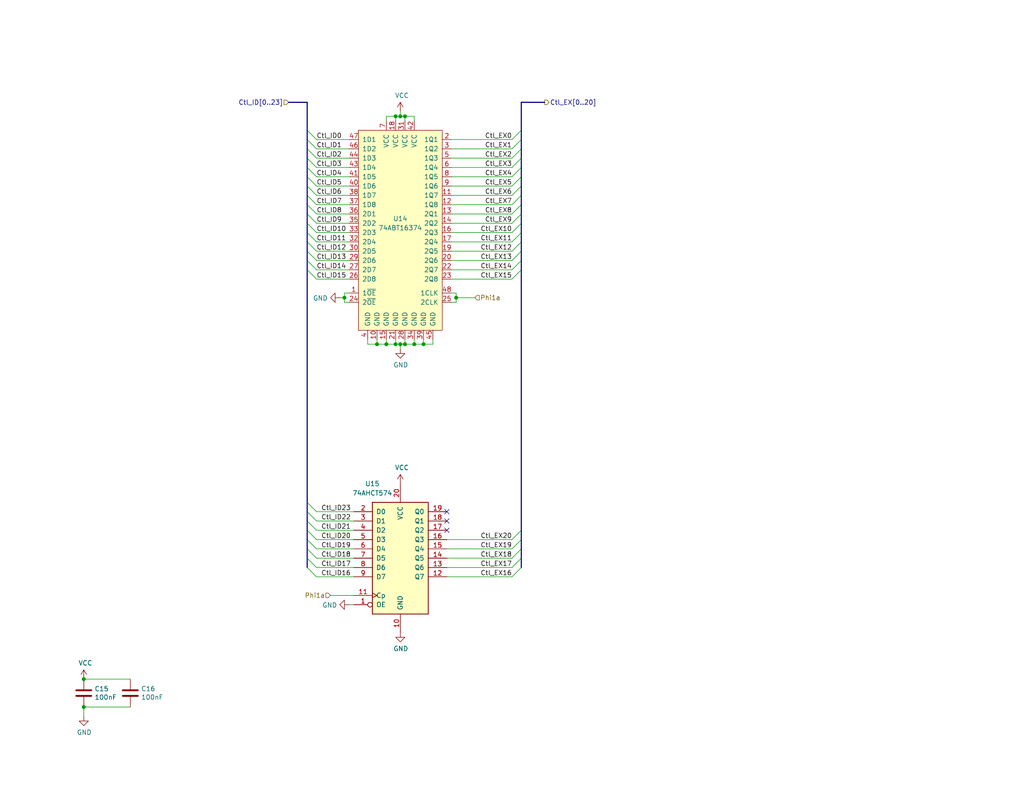
<source format=kicad_sch>
(kicad_sch (version 20211123) (generator eeschema)
  (paper "USLetter")
  (title_block (title "ID/EX Control Register") (date "2022-04-13") (rev "A"))
  (lib_symbols
    (symbol "74xx (kicad5):74ABT16374" (pin_names (offset 1.016))
      (property "Reference" "U" (at 0 1.27 0))
      (property "Value" "74ABT16374" (at 0 -1.27 0))
      (symbol "74ABT16374_0_0"
        (pin input line (at -13.97 -20.32 0) (length 2.54) (name "1~{OE}") (number "1"))
        (pin power_in line (at -6.35 -33.02 90) (length 2.54) (name "GND") (number "10"))
        (pin tri_state line (at 13.97 6.35 180) (length 2.54) (name "1Q7") (number "11"))
        (pin tri_state line (at 13.97 3.81 180) (length 2.54) (name "1Q8") (number "12"))
        (pin tri_state line (at 13.97 1.27 180) (length 2.54) (name "2Q1") (number "13"))
        (pin tri_state line (at 13.97 -1.27 180) (length 2.54) (name "2Q2") (number "14"))
        (pin power_in line (at -3.81 -33.02 90) (length 2.54) (name "GND") (number "15"))
        (pin tri_state line (at 13.97 -3.81 180) (length 2.54) (name "2Q3") (number "16"))
        (pin tri_state line (at 13.97 -6.35 180) (length 2.54) (name "2Q4") (number "17"))
        (pin power_in line (at -1.27 26.67 270) (length 2.54) (name "VCC") (number "18"))
        (pin tri_state line (at 13.97 -8.89 180) (length 2.54) (name "2Q5") (number "19"))
        (pin tri_state line (at 13.97 21.59 180) (length 2.54) (name "1Q1") (number "2"))
        (pin tri_state line (at 13.97 -11.43 180) (length 2.54) (name "2Q6") (number "20"))
        (pin power_in line (at -1.27 -33.02 90) (length 2.54) (name "GND") (number "21"))
        (pin tri_state line (at 13.97 -13.97 180) (length 2.54) (name "2Q7") (number "22"))
        (pin tri_state line (at 13.97 -16.51 180) (length 2.54) (name "2Q8") (number "23"))
        (pin input line (at -13.97 -22.86 0) (length 2.54) (name "2~{OE}") (number "24"))
        (pin input line (at 13.97 -22.86 180) (length 2.54) (name "2CLK") (number "25"))
        (pin input line (at -13.97 -16.51 0) (length 2.54) (name "2D8") (number "26"))
        (pin input line (at -13.97 -13.97 0) (length 2.54) (name "2D7") (number "27"))
        (pin power_in line (at 1.27 -33.02 90) (length 2.54) (name "GND") (number "28"))
        (pin input line (at -13.97 -11.43 0) (length 2.54) (name "2D6") (number "29"))
        (pin tri_state line (at 13.97 19.05 180) (length 2.54) (name "1Q2") (number "3"))
        (pin input line (at -13.97 -8.89 0) (length 2.54) (name "2D5") (number "30"))
        (pin power_in line (at 1.27 26.67 270) (length 2.54) (name "VCC") (number "31"))
        (pin input line (at -13.97 -6.35 0) (length 2.54) (name "2D4") (number "32"))
        (pin input line (at -13.97 -3.81 0) (length 2.54) (name "2D3") (number "33"))
        (pin power_in line (at 3.81 -33.02 90) (length 2.54) (name "GND") (number "34"))
        (pin input line (at -13.97 -1.27 0) (length 2.54) (name "2D2") (number "35"))
        (pin input line (at -13.97 1.27 0) (length 2.54) (name "2D1") (number "36"))
        (pin input line (at -13.97 3.81 0) (length 2.54) (name "1D8") (number "37"))
        (pin input line (at -13.97 6.35 0) (length 2.54) (name "1D7") (number "38"))
        (pin power_in line (at 6.35 -33.02 90) (length 2.54) (name "GND") (number "39"))
        (pin power_in line (at -8.89 -33.02 90) (length 2.54) (name "GND") (number "4"))
        (pin input line (at -13.97 8.89 0) (length 2.54) (name "1D6") (number "40"))
        (pin input line (at -13.97 11.43 0) (length 2.54) (name "1D5") (number "41"))
        (pin power_in line (at 3.81 26.67 270) (length 2.54) (name "VCC") (number "42"))
        (pin input line (at -13.97 13.97 0) (length 2.54) (name "1D4") (number "43"))
        (pin input line (at -13.97 16.51 0) (length 2.54) (name "1D3") (number "44"))
        (pin power_in line (at 8.89 -33.02 90) (length 2.54) (name "GND") (number "45"))
        (pin input line (at -13.97 19.05 0) (length 2.54) (name "1D2") (number "46"))
        (pin input line (at -13.97 21.59 0) (length 2.54) (name "1D1") (number "47"))
        (pin input line (at 13.97 -20.32 180) (length 2.54) (name "1CLK") (number "48"))
        (pin tri_state line (at 13.97 16.51 180) (length 2.54) (name "1Q3") (number "5"))
        (pin tri_state line (at 13.97 13.97 180) (length 2.54) (name "1Q4") (number "6"))
        (pin power_in line (at -3.81 26.67 270) (length 2.54) (name "VCC") (number "7"))
        (pin tri_state line (at 13.97 11.43 180) (length 2.54) (name "1Q5") (number "8"))
        (pin tri_state line (at 13.97 8.89 180) (length 2.54) (name "1Q6") (number "9"))
      )
      (symbol "74ABT16374_0_1"
        (rectangle (start -11.43 24.13) (end 11.43 -30.48) (fill (type background)))
      )
    )
    (symbol "74xx:74LS574" (pin_names (offset 1.016))
      (property "Reference" "U" (at -7.62 16.51 0))
      (property "Value" "74LS574" (at -7.62 -16.51 0))
      (symbol "74LS574_1_0"
        (pin input inverted (at -12.7 -12.7 0) (length 5.08) (name "OE") (number "1"))
        (pin power_in line (at 0 -20.32 90) (length 5.08) (name "GND") (number "10"))
        (pin input clock (at -12.7 -10.16 0) (length 5.08) (name "Cp") (number "11"))
        (pin tri_state line (at 12.7 -5.08 180) (length 5.08) (name "Q7") (number "12"))
        (pin tri_state line (at 12.7 -2.54 180) (length 5.08) (name "Q6") (number "13"))
        (pin tri_state line (at 12.7 0 180) (length 5.08) (name "Q5") (number "14"))
        (pin tri_state line (at 12.7 2.54 180) (length 5.08) (name "Q4") (number "15"))
        (pin tri_state line (at 12.7 5.08 180) (length 5.08) (name "Q3") (number "16"))
        (pin tri_state line (at 12.7 7.62 180) (length 5.08) (name "Q2") (number "17"))
        (pin tri_state line (at 12.7 10.16 180) (length 5.08) (name "Q1") (number "18"))
        (pin tri_state line (at 12.7 12.7 180) (length 5.08) (name "Q0") (number "19"))
        (pin input line (at -12.7 12.7 0) (length 5.08) (name "D0") (number "2"))
        (pin power_in line (at 0 20.32 270) (length 5.08) (name "VCC") (number "20"))
        (pin input line (at -12.7 10.16 0) (length 5.08) (name "D1") (number "3"))
        (pin input line (at -12.7 7.62 0) (length 5.08) (name "D2") (number "4"))
        (pin input line (at -12.7 5.08 0) (length 5.08) (name "D3") (number "5"))
        (pin input line (at -12.7 2.54 0) (length 5.08) (name "D4") (number "6"))
        (pin input line (at -12.7 0 0) (length 5.08) (name "D5") (number "7"))
        (pin input line (at -12.7 -2.54 0) (length 5.08) (name "D6") (number "8"))
        (pin input line (at -12.7 -5.08 0) (length 5.08) (name "D7") (number "9"))
      )
      (symbol "74LS574_1_1"
        (rectangle (start -7.62 15.24) (end 7.62 -15.24) (stroke (width 0.254)) (fill (type background)))
      )
    )
    (symbol "Device:C" (pin_numbers hide) (pin_names (offset 0.254))
      (property "Reference" "C" (at 0.635 2.54 0))
      (property "Value" "C" (at 0.635 -2.54 0))
      (symbol "C_0_1"
        (polyline (pts (xy -2.032 -0.762) (xy 2.032 -0.762)) (stroke (width 0.508)))
        (polyline (pts (xy -2.032 0.762) (xy 2.032 0.762)) (stroke (width 0.508)))
      )
      (symbol "C_1_1"
        (pin passive line (at 0 3.81 270) (length 2.794) (name "~") (number "1"))
        (pin passive line (at 0 -3.81 90) (length 2.794) (name "~") (number "2"))
      )
    )
    (symbol "power:GND" (power) (pin_names (offset 0))
      (property "Value" "GND" (at 0 -3.81 0))
      (symbol "GND_0_1"
        (polyline (pts (xy 0 0) (xy 0 -1.27) (xy 1.27 -1.27) (xy 0 -2.54) (xy -1.27 -1.27) (xy 0 -1.27)))
      )
      (symbol "GND_1_1"
        (pin power_in line (at 0 0 270) (length 0) hide (name "GND") (number "1"))
      )
    )
    (symbol "power:VCC" (power) (pin_names (offset 0))
      (property "Value" "VCC" (at 0 3.81 0))
      (symbol "VCC_0_1"
        (polyline (pts (xy -0.762 1.27) (xy 0 2.54)))
        (polyline (pts (xy 0 0) (xy 0 2.54)))
        (polyline (pts (xy 0 2.54) (xy 0.762 1.27)))
      )
      (symbol "VCC_1_1"
        (pin power_in line (at 0 0 90) (length 0) hide (name "VCC") (number "1"))
      )
    )
  )
  (junction (at 110.49 31.75))
  (junction (at 110.49 93.98))
  (junction (at 107.95 31.75))
  (junction (at 22.86 193.04))
  (junction (at 93.98 81.28))
  (junction (at 22.86 185.42))
  (junction (at 124.46 81.28))
  (junction (at 107.95 93.98))
  (junction (at 109.22 31.75))
  (junction (at 109.22 93.98))
  (junction (at 105.41 93.98))
  (junction (at 102.87 93.98))
  (junction (at 113.03 93.98))
  (junction (at 115.57 93.98))
  (no_connect (at 121.92 139.7))
  (no_connect (at 121.92 142.24))
  (no_connect (at 121.92 144.78))
  (bus_entry (at 142.24 53.34) (size -2.54 2.54))
  (bus_entry (at 83.82 55.88) (size 2.54 2.54))
  (bus_entry (at 142.24 68.58) (size -2.54 2.54))
  (bus_entry (at 83.82 58.42) (size 2.54 2.54))
  (bus_entry (at 142.24 43.18) (size -2.54 2.54))
  (bus_entry (at 83.82 152.4) (size 2.54 2.54))
  (bus_entry (at 83.82 144.78) (size 2.54 2.54))
  (bus_entry (at 142.24 38.1) (size -2.54 2.54))
  (bus_entry (at 142.24 152.4) (size -2.54 2.54))
  (bus_entry (at 142.24 71.12) (size -2.54 2.54))
  (bus_entry (at 142.24 40.64) (size -2.54 2.54))
  (bus_entry (at 83.82 60.96) (size 2.54 2.54))
  (bus_entry (at 83.82 43.18) (size 2.54 2.54))
  (bus_entry (at 83.82 137.16) (size 2.54 2.54))
  (bus_entry (at 83.82 139.7) (size 2.54 2.54))
  (bus_entry (at 83.82 142.24) (size 2.54 2.54))
  (bus_entry (at 142.24 35.56) (size -2.54 2.54))
  (bus_entry (at 83.82 63.5) (size 2.54 2.54))
  (bus_entry (at 142.24 50.8) (size -2.54 2.54))
  (bus_entry (at 142.24 60.96) (size -2.54 2.54))
  (bus_entry (at 83.82 147.32) (size 2.54 2.54))
  (bus_entry (at 83.82 48.26) (size 2.54 2.54))
  (bus_entry (at 83.82 38.1) (size 2.54 2.54))
  (bus_entry (at 142.24 63.5) (size -2.54 2.54))
  (bus_entry (at 83.82 35.56) (size 2.54 2.54))
  (bus_entry (at 83.82 53.34) (size 2.54 2.54))
  (bus_entry (at 83.82 45.72) (size 2.54 2.54))
  (bus_entry (at 83.82 68.58) (size 2.54 2.54))
  (bus_entry (at 142.24 48.26) (size -2.54 2.54))
  (bus_entry (at 142.24 154.94) (size -2.54 2.54))
  (bus_entry (at 142.24 149.86) (size -2.54 2.54))
  (bus_entry (at 142.24 45.72) (size -2.54 2.54))
  (bus_entry (at 142.24 58.42) (size -2.54 2.54))
  (bus_entry (at 83.82 149.86) (size 2.54 2.54))
  (bus_entry (at 142.24 66.04) (size -2.54 2.54))
  (bus_entry (at 142.24 55.88) (size -2.54 2.54))
  (bus_entry (at 142.24 147.32) (size -2.54 2.54))
  (bus_entry (at 83.82 50.8) (size 2.54 2.54))
  (bus_entry (at 142.24 144.78) (size -2.54 2.54))
  (bus_entry (at 83.82 66.04) (size 2.54 2.54))
  (bus_entry (at 83.82 71.12) (size 2.54 2.54))
  (bus_entry (at 83.82 154.94) (size 2.54 2.54))
  (bus_entry (at 83.82 40.64) (size 2.54 2.54))
  (bus_entry (at 83.82 73.66) (size 2.54 2.54))
  (bus_entry (at 142.24 73.66) (size -2.54 2.54))
  (wire (pts (xy 86.36 43.18) (xy 95.25 43.18)))
  (bus (pts (xy 83.82 38.1) (xy 83.82 40.64)))
  (wire (pts (xy 139.7 154.94) (xy 121.92 154.94)))
  (wire (pts (xy 124.46 82.55) (xy 123.19 82.55)))
  (bus (pts (xy 83.82 27.94) (xy 83.82 35.56)))
  (wire (pts (xy 100.33 92.71) (xy 100.33 93.98)))
  (bus (pts (xy 142.24 27.94) (xy 142.24 35.56)))
  (wire (pts (xy 139.7 60.96) (xy 123.19 60.96)))
  (wire (pts (xy 139.7 38.1) (xy 123.19 38.1)))
  (wire (pts (xy 115.57 92.71) (xy 115.57 93.98)))
  (wire (pts (xy 107.95 93.98) (xy 109.22 93.98)))
  (wire (pts (xy 35.56 193.04) (xy 22.86 193.04)))
  (wire (pts (xy 86.36 53.34) (xy 95.25 53.34)))
  (wire (pts (xy 107.95 31.75) (xy 109.22 31.75)))
  (wire (pts (xy 86.36 68.58) (xy 95.25 68.58)))
  (bus (pts (xy 83.82 35.56) (xy 83.82 38.1)))
  (wire (pts (xy 86.36 66.04) (xy 95.25 66.04)))
  (bus (pts (xy 142.24 45.72) (xy 142.24 48.26)))
  (wire (pts (xy 139.7 157.48) (xy 121.92 157.48)))
  (bus (pts (xy 83.82 152.4) (xy 83.82 154.94)))
  (wire (pts (xy 86.36 55.88) (xy 95.25 55.88)))
  (wire (pts (xy 109.22 93.98) (xy 109.22 95.25)))
  (wire (pts (xy 139.7 55.88) (xy 123.19 55.88)))
  (bus (pts (xy 83.82 137.16) (xy 83.82 139.7)))
  (wire (pts (xy 113.03 31.75) (xy 113.03 33.02)))
  (wire (pts (xy 139.7 43.18) (xy 123.19 43.18)))
  (wire (pts (xy 93.98 81.28) (xy 93.98 82.55)))
  (wire (pts (xy 109.22 31.75) (xy 110.49 31.75)))
  (bus (pts (xy 142.24 53.34) (xy 142.24 55.88)))
  (wire (pts (xy 109.22 93.98) (xy 110.49 93.98)))
  (bus (pts (xy 83.82 43.18) (xy 83.82 45.72)))
  (bus (pts (xy 142.24 35.56) (xy 142.24 38.1)))
  (wire (pts (xy 139.7 66.04) (xy 123.19 66.04)))
  (bus (pts (xy 142.24 149.86) (xy 142.24 152.4)))
  (bus (pts (xy 142.24 55.88) (xy 142.24 58.42)))
  (bus (pts (xy 83.82 68.58) (xy 83.82 71.12)))
  (bus (pts (xy 142.24 40.64) (xy 142.24 43.18)))
  (bus (pts (xy 142.24 147.32) (xy 142.24 149.86)))
  (wire (pts (xy 105.41 92.71) (xy 105.41 93.98)))
  (wire (pts (xy 139.7 53.34) (xy 123.19 53.34)))
  (bus (pts (xy 83.82 144.78) (xy 83.82 147.32)))
  (wire (pts (xy 86.36 73.66) (xy 95.25 73.66)))
  (wire (pts (xy 86.36 144.78) (xy 96.52 144.78)))
  (bus (pts (xy 83.82 63.5) (xy 83.82 66.04)))
  (wire (pts (xy 102.87 92.71) (xy 102.87 93.98)))
  (wire (pts (xy 86.36 63.5) (xy 95.25 63.5)))
  (wire (pts (xy 110.49 93.98) (xy 113.03 93.98)))
  (wire (pts (xy 86.36 58.42) (xy 95.25 58.42)))
  (bus (pts (xy 148.59 27.94) (xy 142.24 27.94)))
  (wire (pts (xy 86.36 149.86) (xy 96.52 149.86)))
  (wire (pts (xy 139.7 147.32) (xy 121.92 147.32)))
  (wire (pts (xy 139.7 152.4) (xy 121.92 152.4)))
  (bus (pts (xy 142.24 63.5) (xy 142.24 66.04)))
  (wire (pts (xy 86.36 76.2) (xy 95.25 76.2)))
  (bus (pts (xy 142.24 73.66) (xy 142.24 144.78)))
  (wire (pts (xy 86.36 45.72) (xy 95.25 45.72)))
  (bus (pts (xy 142.24 66.04) (xy 142.24 68.58)))
  (wire (pts (xy 22.86 195.58) (xy 22.86 193.04)))
  (wire (pts (xy 86.36 71.12) (xy 95.25 71.12)))
  (wire (pts (xy 123.19 80.01) (xy 124.46 80.01)))
  (wire (pts (xy 86.36 147.32) (xy 96.52 147.32)))
  (wire (pts (xy 93.98 80.01) (xy 93.98 81.28)))
  (wire (pts (xy 109.22 30.48) (xy 109.22 31.75)))
  (bus (pts (xy 142.24 58.42) (xy 142.24 60.96)))
  (wire (pts (xy 86.36 38.1) (xy 95.25 38.1)))
  (wire (pts (xy 110.49 31.75) (xy 113.03 31.75)))
  (wire (pts (xy 118.11 93.98) (xy 118.11 92.71)))
  (wire (pts (xy 86.36 157.48) (xy 96.52 157.48)))
  (bus (pts (xy 142.24 152.4) (xy 142.24 154.94)))
  (wire (pts (xy 139.7 50.8) (xy 123.19 50.8)))
  (wire (pts (xy 102.87 93.98) (xy 105.41 93.98)))
  (wire (pts (xy 90.17 162.56) (xy 96.52 162.56)))
  (wire (pts (xy 107.95 92.71) (xy 107.95 93.98)))
  (bus (pts (xy 83.82 50.8) (xy 83.82 53.34)))
  (bus (pts (xy 83.82 71.12) (xy 83.82 73.66)))
  (wire (pts (xy 107.95 33.02) (xy 107.95 31.75)))
  (bus (pts (xy 83.82 73.66) (xy 83.82 137.16)))
  (wire (pts (xy 124.46 81.28) (xy 129.54 81.28)))
  (wire (pts (xy 110.49 92.71) (xy 110.49 93.98)))
  (wire (pts (xy 86.36 48.26) (xy 95.25 48.26)))
  (wire (pts (xy 86.36 142.24) (xy 96.52 142.24)))
  (wire (pts (xy 86.36 152.4) (xy 96.52 152.4)))
  (bus (pts (xy 142.24 43.18) (xy 142.24 45.72)))
  (wire (pts (xy 105.41 33.02) (xy 105.41 31.75)))
  (bus (pts (xy 83.82 149.86) (xy 83.82 152.4)))
  (wire (pts (xy 113.03 93.98) (xy 115.57 93.98)))
  (bus (pts (xy 142.24 38.1) (xy 142.24 40.64)))
  (wire (pts (xy 93.98 81.28) (xy 92.71 81.28)))
  (wire (pts (xy 139.7 63.5) (xy 123.19 63.5)))
  (bus (pts (xy 83.82 45.72) (xy 83.82 48.26)))
  (wire (pts (xy 105.41 93.98) (xy 107.95 93.98)))
  (bus (pts (xy 83.82 53.34) (xy 83.82 55.88)))
  (wire (pts (xy 139.7 48.26) (xy 123.19 48.26)))
  (bus (pts (xy 142.24 144.78) (xy 142.24 147.32)))
  (wire (pts (xy 100.33 93.98) (xy 102.87 93.98)))
  (wire (pts (xy 115.57 93.98) (xy 118.11 93.98)))
  (bus (pts (xy 78.74 27.94) (xy 83.82 27.94)))
  (bus (pts (xy 83.82 142.24) (xy 83.82 144.78)))
  (wire (pts (xy 139.7 68.58) (xy 123.19 68.58)))
  (wire (pts (xy 113.03 92.71) (xy 113.03 93.98)))
  (wire (pts (xy 139.7 45.72) (xy 123.19 45.72)))
  (bus (pts (xy 83.82 48.26) (xy 83.82 50.8)))
  (bus (pts (xy 83.82 40.64) (xy 83.82 43.18)))
  (wire (pts (xy 110.49 33.02) (xy 110.49 31.75)))
  (bus (pts (xy 83.82 147.32) (xy 83.82 149.86)))
  (wire (pts (xy 95.25 165.1) (xy 96.52 165.1)))
  (wire (pts (xy 139.7 40.64) (xy 123.19 40.64)))
  (bus (pts (xy 83.82 66.04) (xy 83.82 68.58)))
  (bus (pts (xy 142.24 48.26) (xy 142.24 50.8)))
  (bus (pts (xy 142.24 71.12) (xy 142.24 73.66)))
  (bus (pts (xy 83.82 139.7) (xy 83.82 142.24)))
  (wire (pts (xy 95.25 80.01) (xy 93.98 80.01)))
  (wire (pts (xy 86.36 40.64) (xy 95.25 40.64)))
  (wire (pts (xy 22.86 185.42) (xy 35.56 185.42)))
  (wire (pts (xy 86.36 139.7) (xy 96.52 139.7)))
  (bus (pts (xy 142.24 68.58) (xy 142.24 71.12)))
  (bus (pts (xy 83.82 58.42) (xy 83.82 60.96)))
  (wire (pts (xy 139.7 149.86) (xy 121.92 149.86)))
  (wire (pts (xy 124.46 80.01) (xy 124.46 81.28)))
  (bus (pts (xy 83.82 60.96) (xy 83.82 63.5)))
  (wire (pts (xy 139.7 76.2) (xy 123.19 76.2)))
  (wire (pts (xy 86.36 50.8) (xy 95.25 50.8)))
  (wire (pts (xy 139.7 71.12) (xy 123.19 71.12)))
  (bus (pts (xy 83.82 55.88) (xy 83.82 58.42)))
  (bus (pts (xy 142.24 50.8) (xy 142.24 53.34)))
  (wire (pts (xy 93.98 82.55) (xy 95.25 82.55)))
  (wire (pts (xy 105.41 31.75) (xy 107.95 31.75)))
  (wire (pts (xy 139.7 58.42) (xy 123.19 58.42)))
  (wire (pts (xy 86.36 154.94) (xy 96.52 154.94)))
  (wire (pts (xy 139.7 73.66) (xy 123.19 73.66)))
  (wire (pts (xy 124.46 81.28) (xy 124.46 82.55)))
  (wire (pts (xy 86.36 60.96) (xy 95.25 60.96)))
  (bus (pts (xy 142.24 60.96) (xy 142.24 63.5)))
  (label "Ctl_EX0" (at 139.7 38.1 180))
  (label "Ctl_EX11" (at 139.7 66.04 180))
  (label "Ctl_EX8" (at 139.7 58.42 180))
  (label "Ctl_ID14" (at 86.36 73.66 0))
  (label "Ctl_ID12" (at 86.36 68.58 0))
  (label "Ctl_EX9" (at 139.7 60.96 180))
  (label "Ctl_ID17" (at 87.63 154.94 0))
  (label "Ctl_EX10" (at 139.7 63.5 180))
  (label "Ctl_EX16" (at 139.7 157.48 180))
  (label "Ctl_ID7" (at 86.36 55.88 0))
  (label "Ctl_ID0" (at 86.36 38.1 0))
  (label "Ctl_ID3" (at 86.36 45.72 0))
  (label "Ctl_EX18" (at 139.7 152.4 180))
  (label "Ctl_EX12" (at 139.7 68.58 180))
  (label "Ctl_ID22" (at 87.63 142.24 0))
  (label "Ctl_EX20" (at 139.7 147.32 180))
  (label "Ctl_EX15" (at 139.7 76.2 180))
  (label "Ctl_ID21" (at 87.63 144.78 0))
  (label "Ctl_ID2" (at 86.36 43.18 0))
  (label "Ctl_ID15" (at 86.36 76.2 0))
  (label "Ctl_EX5" (at 139.7 50.8 180))
  (label "Ctl_ID13" (at 86.36 71.12 0))
  (label "Ctl_ID4" (at 86.36 48.26 0))
  (label "Ctl_EX7" (at 139.7 55.88 180))
  (label "Ctl_EX17" (at 139.7 154.94 180))
  (label "Ctl_EX1" (at 139.7 40.64 180))
  (label "Ctl_ID11" (at 86.36 66.04 0))
  (label "Ctl_EX2" (at 139.7 43.18 180))
  (label "Ctl_ID16" (at 87.63 157.48 0))
  (label "Ctl_ID6" (at 86.36 53.34 0))
  (label "Ctl_ID1" (at 86.36 40.64 0))
  (label "Ctl_ID8" (at 86.36 58.42 0))
  (label "Ctl_EX6" (at 139.7 53.34 180))
  (label "Ctl_ID20" (at 87.63 147.32 0))
  (label "Ctl_ID18" (at 87.63 152.4 0))
  (label "Ctl_ID19" (at 87.63 149.86 0))
  (label "Ctl_EX3" (at 139.7 45.72 180))
  (label "Ctl_ID10" (at 86.36 63.5 0))
  (label "Ctl_ID9" (at 86.36 60.96 0))
  (label "Ctl_EX4" (at 139.7 48.26 180))
  (label "Ctl_ID23" (at 87.63 139.7 0))
  (label "Ctl_EX19" (at 139.7 149.86 180))
  (label "Ctl_ID5" (at 86.36 50.8 0))
  (label "Ctl_EX14" (at 139.7 73.66 180))
  (label "Ctl_EX13" (at 139.7 71.12 180))
  (hierarchical_label "Ctl_ID[0..23]" (shape input) (at 78.74 27.94 180))
  (hierarchical_label "Phi1a" (shape input) (at 129.54 81.28 0))
  (hierarchical_label "Ctl_EX[0..20]" (shape output) (at 148.59 27.94 0))
  (hierarchical_label "Phi1a" (shape input) (at 90.17 162.56 180))
  (symbol (lib_id "Device:C") (at 22.86 189.23 0) (unit 1)
    (property "Reference" "C15" (at 25.781 188.0616 0) (effects (justify left)))
    (property "Value" "100nF" (at 25.781 190.373 0) (effects (justify left)))
    (property "Footprint" "Capacitor_SMD:C_0603_1608Metric_Pad1.08x0.95mm_HandSolder" (effects hide))
    (property "Mouser" "https://www.mouser.com/ProductDetail/963-EMK107B7104KAHT" (effects hide))
  )
  (symbol (lib_id "power:VCC") (at 22.86 185.42 0) (unit 1)
    (property "Reference" "#PWR0100" (effects hide))
    (property "Value" "VCC" (at 23.2918 181.0258 0))
  )
  (symbol (lib_id "power:GND") (at 22.86 195.58 0) (unit 1)
    (property "Reference" "#PWR0101" (effects hide))
    (property "Value" "GND" (at 22.987 199.9742 0))
  )
  (symbol (lib_id "Device:C") (at 35.56 189.23 0) (unit 1)
    (property "Reference" "C16" (at 38.481 188.0616 0) (effects (justify left)))
    (property "Value" "100nF" (at 38.481 190.373 0) (effects (justify left)))
    (property "Footprint" "Capacitor_SMD:C_0603_1608Metric_Pad1.08x0.95mm_HandSolder" (effects hide))
    (property "Mouser" "https://www.mouser.com/ProductDetail/963-EMK107B7104KAHT" (effects hide))
  )
  (symbol (lib_id "power:GND") (at 109.22 172.72 0) (unit 1)
    (property "Reference" "#PWR0107" (effects hide))
    (property "Value" "GND" (at 109.347 177.1142 0))
  )
  (symbol (lib_id "power:VCC") (at 109.22 132.08 0) (unit 1)
    (property "Reference" "#PWR0106" (effects hide))
    (property "Value" "VCC" (at 109.6518 127.6858 0))
  )
  (symbol (lib_id "74xx:74LS574") (at 109.22 152.4 0) (unit 1)
    (property "Reference" "U15" (at 101.6 132.08 0))
    (property "Value" "74AHCT574" (at 101.6 134.62 0))
    (property "Footprint" "Package_SO:TSSOP-20_4.4x6.5mm_P0.65mm" (effects hide))
    (property "Datasheet" "http://www.ti.com/lit/gpn/sn74LS574" (effects hide))
    (property "Mouser" "https://www.mouser.com/ProductDetail/Nexperia/74AHCT574PW112?qs=P62ublwmbi85GCU3A0NEsQ%3D%3D" (effects hide))
  )
  (symbol (lib_id "power:GND") (at 95.25 165.1 270) (unit 1)
    (property "Reference" "#PWR0103" (effects hide))
    (property "Value" "GND" (at 91.9988 165.227 90) (effects (justify right)))
  )
  (symbol (lib_id "power:GND") (at 92.71 81.28 270) (unit 1)
    (property "Reference" "#PWR0102" (effects hide))
    (property "Value" "GND" (at 89.4588 81.407 90) (effects (justify right)))
  )
  (symbol (lib_id "power:VCC") (at 109.22 30.48 0) (unit 1)
    (property "Reference" "#PWR0104" (effects hide))
    (property "Value" "VCC" (at 109.6518 26.0858 0))
  )
  (symbol (lib_id "power:GND") (at 109.22 95.25 0) (unit 1)
    (property "Reference" "#PWR0105" (effects hide))
    (property "Value" "GND" (at 109.347 99.6442 0))
  )
  (symbol (lib_id "74xx (kicad5):74ABT16374") (at 109.22 59.69 0) (unit 1)
    (property "Reference" "U14" (at 109.22 59.69 0))
    (property "Value" "74ABT16374" (at 109.22 62.23 0))
    (property "Footprint" "Package_SO:TSSOP-48_6.1x12.5mm_P0.5mm" (effects hide))
    (property "Datasheet" "https://www.ti.com/lit/ds/symlink/sn74abt16374a.pdf?HQS=dis-mous-null-mousermode-dsf-pf-null-wwe&ts=1617318801237" (effects hide))
    (property "Mouser" "https://www.mouser.com/ProductDetail/Texas-Instruments/SN74ABT16374ADGGR?qs=%2Fha2pyFadui8Wf%2F61v2joCyY9bOa3peBR5btn0VUHs8%3D" (effects hide))
  )
)
</source>
